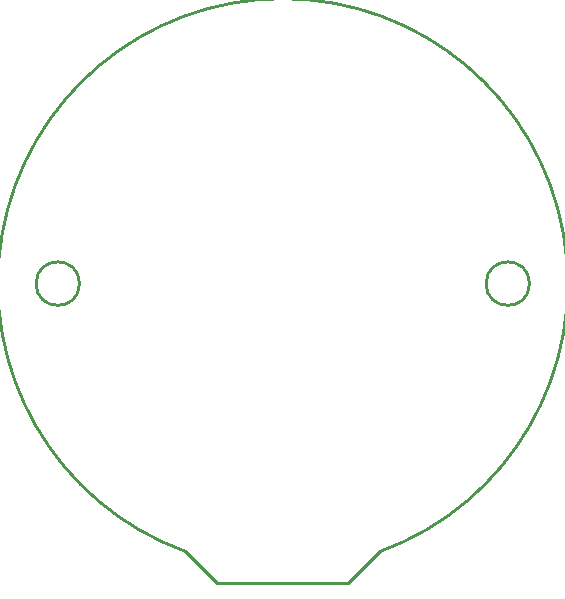
<source format=gm1>
G04*
G04 #@! TF.GenerationSoftware,Altium Limited,Altium Designer,23.8.1 (32)*
G04*
G04 Layer_Color=16711935*
%FSLAX26Y26*%
%MOIN*%
G70*
G04*
G04 #@! TF.SameCoordinates,C2A49AF8-9E88-4C2C-BBB5-2A61B6A386C2*
G04*
G04*
G04 #@! TF.FilePolarity,Positive*
G04*
G01*
G75*
%ADD10C,0.010000*%
D10*
X324919Y-892708D02*
G03*
X-324919Y-892708I-324919J892708D01*
G01*
X-677500Y0D02*
G03*
X-677500Y0I-72500J0D01*
G01*
X822500D02*
G03*
X822500Y0I-72500J0D01*
G01*
X-218853Y-998774D02*
X218853D01*
X324919Y-892708D01*
X-324919D02*
X-218853Y-998774D01*
M02*

</source>
